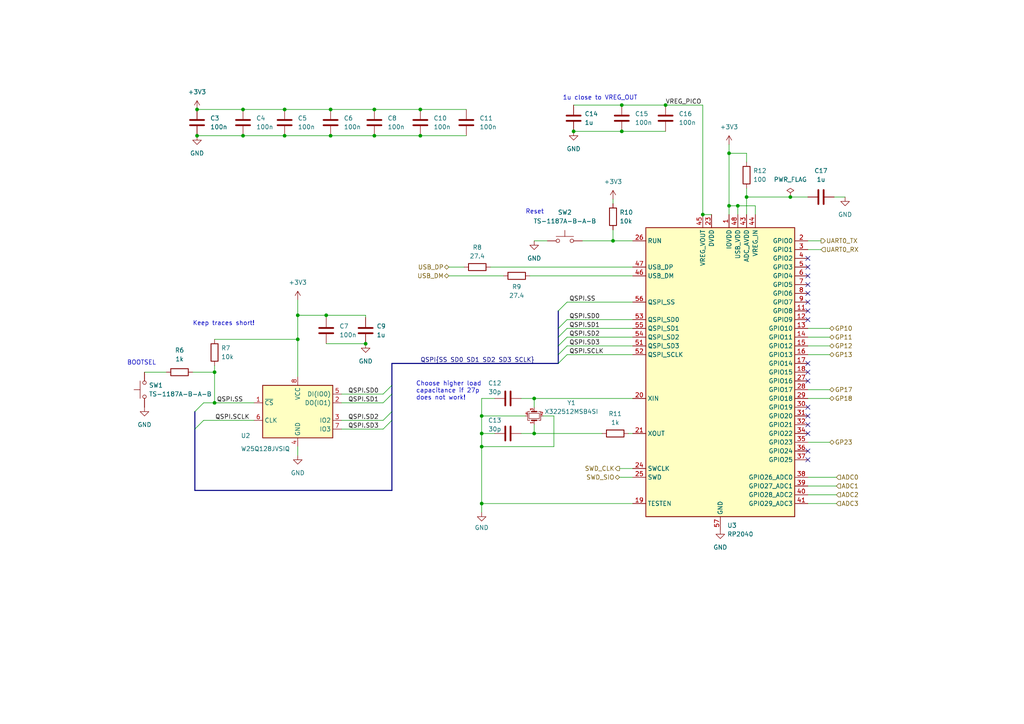
<source format=kicad_sch>
(kicad_sch (version 20230121) (generator eeschema)
  (paper "A4")
  (title_block (title "Beta Board") (date "2023-12-28") (rev "R1.1") (company "Tim Kuhlbusch") (comment 1 "Beta radiation detector"))
  (lib_symbols
    (symbol "Device:C" (pin_numbers hide) (pin_names (offset 0.254))
      (property "Reference" "C" (at 0.635 2.54 0))
      (property "Value" "C" (at 0.635 -2.54 0))
      (symbol "C_0_1"
        (polyline (pts (xy -2.032 -0.762) (xy 2.032 -0.762)) (stroke (width 0.508)))
        (polyline (pts (xy -2.032 0.762) (xy 2.032 0.762)) (stroke (width 0.508)))
      )
      (symbol "C_1_1"
        (pin passive line (at 0 3.81 270) (length 2.794) (name "~") (number "1"))
        (pin passive line (at 0 -3.81 90) (length 2.794) (name "~") (number "2"))
      )
    )
    (symbol "Device:Crystal_GND24_Small" (pin_names (offset 1.016) hide)
      (property "Reference" "Y" (at 1.27 4.445 0))
      (property "Value" "Crystal_GND24_Small" (at 1.27 2.54 0))
      (symbol "Crystal_GND24_Small_0_1"
        (rectangle (start -0.762 -1.524) (end 0.762 1.524))
        (polyline (pts (xy -1.27 -0.762) (xy -1.27 0.762)) (stroke (width 0.381)))
        (polyline (pts (xy 1.27 -0.762) (xy 1.27 0.762)) (stroke (width 0.381)))
        (polyline (pts (xy -1.27 -1.27) (xy -1.27 -1.905) (xy 1.27 -1.905) (xy 1.27 -1.27)))
        (polyline (pts (xy -1.27 1.27) (xy -1.27 1.905) (xy 1.27 1.905) (xy 1.27 1.27)))
      )
      (symbol "Crystal_GND24_Small_1_1"
        (pin passive line (at -2.54 0 0) (length 1.27) (name "1") (number "1"))
        (pin passive line (at 0 -2.54 90) (length 0.635) (name "2") (number "2"))
        (pin passive line (at 2.54 0 180) (length 1.27) (name "3") (number "3"))
        (pin passive line (at 0 2.54 270) (length 0.635) (name "4") (number "4"))
      )
    )
    (symbol "Device:R" (pin_numbers hide) (pin_names (offset 0))
      (property "Reference" "R" (at 2.032 0 90))
      (property "Value" "R" (at 0 0 90))
      (symbol "R_0_1"
        (rectangle (start -1.016 -2.54) (end 1.016 2.54) (stroke (width 0.254)))
      )
      (symbol "R_1_1"
        (pin passive line (at 0 3.81 270) (length 1.27) (name "~") (number "1"))
        (pin passive line (at 0 -3.81 90) (length 1.27) (name "~") (number "2"))
      )
    )
    (symbol "MCU_RaspberryPi:RP2040"
      (property "Reference" "U" (at 17.78 45.72 0))
      (property "Value" "RP2040" (at 17.78 43.18 0))
      (symbol "RP2040_0_1"
        (rectangle (start -21.59 41.91) (end 21.59 -41.91) (stroke (width 0.254)) (fill (type background)))
      )
      (symbol "RP2040_1_1"
        (pin power_in line (at 2.54 45.72 270) (length 3.81) (name "IOVDD") (number "1"))
        (pin passive line (at 2.54 45.72 270) (length 3.81) hide (name "IOVDD") (number "10"))
        (pin bidirectional line (at 25.4 17.78 180) (length 3.81) (name "GPIO8") (number "11"))
        (pin bidirectional line (at 25.4 15.24 180) (length 3.81) (name "GPIO9") (number "12"))
        (pin bidirectional line (at 25.4 12.7 180) (length 3.81) (name "GPIO10") (number "13"))
        (pin bidirectional line (at 25.4 10.16 180) (length 3.81) (name "GPIO11") (number "14"))
        (pin bidirectional line (at 25.4 7.62 180) (length 3.81) (name "GPIO12") (number "15"))
        (pin bidirectional line (at 25.4 5.08 180) (length 3.81) (name "GPIO13") (number "16"))
        (pin bidirectional line (at 25.4 2.54 180) (length 3.81) (name "GPIO14") (number "17"))
        (pin bidirectional line (at 25.4 0 180) (length 3.81) (name "GPIO15") (number "18"))
        (pin input line (at -25.4 -38.1 0) (length 3.81) (name "TESTEN") (number "19"))
        (pin bidirectional line (at 25.4 38.1 180) (length 3.81) (name "GPIO0") (number "2"))
        (pin input line (at -25.4 -7.62 0) (length 3.81) (name "XIN") (number "20"))
        (pin passive line (at -25.4 -17.78 0) (length 3.81) (name "XOUT") (number "21"))
        (pin passive line (at 2.54 45.72 270) (length 3.81) hide (name "IOVDD") (number "22"))
        (pin power_in line (at -2.54 45.72 270) (length 3.81) (name "DVDD") (number "23"))
        (pin output line (at -25.4 -27.94 0) (length 3.81) (name "SWCLK") (number "24"))
        (pin bidirectional line (at -25.4 -30.48 0) (length 3.81) (name "SWD") (number "25"))
        (pin input line (at -25.4 38.1 0) (length 3.81) (name "RUN") (number "26"))
        (pin bidirectional line (at 25.4 -2.54 180) (length 3.81) (name "GPIO16") (number "27"))
        (pin bidirectional line (at 25.4 -5.08 180) (length 3.81) (name "GPIO17") (number "28"))
        (pin bidirectional line (at 25.4 -7.62 180) (length 3.81) (name "GPIO18") (number "29"))
        (pin bidirectional line (at 25.4 35.56 180) (length 3.81) (name "GPIO1") (number "3"))
        (pin bidirectional line (at 25.4 -10.16 180) (length 3.81) (name "GPIO19") (number "30"))
        (pin bidirectional line (at 25.4 -12.7 180) (length 3.81) (name "GPIO20") (number "31"))
        (pin bidirectional line (at 25.4 -15.24 180) (length 3.81) (name "GPIO21") (number "32"))
        (pin passive line (at 2.54 45.72 270) (length 3.81) hide (name "IOVDD") (number "33"))
        (pin bidirectional line (at 25.4 -17.78 180) (length 3.81) (name "GPIO22") (number "34"))
        (pin bidirectional line (at 25.4 -20.32 180) (length 3.81) (name "GPIO23") (number "35"))
        (pin bidirectional line (at 25.4 -22.86 180) (length 3.81) (name "GPIO24") (number "36"))
        (pin bidirectional line (at 25.4 -25.4 180) (length 3.81) (name "GPIO25") (number "37"))
        (pin bidirectional line (at 25.4 -30.48 180) (length 3.81) (name "GPIO26_ADC0") (number "38"))
        (pin bidirectional line (at 25.4 -33.02 180) (length 3.81) (name "GPIO27_ADC1") (number "39"))
        (pin bidirectional line (at 25.4 33.02 180) (length 3.81) (name "GPIO2") (number "4"))
        (pin bidirectional line (at 25.4 -35.56 180) (length 3.81) (name "GPIO28_ADC2") (number "40"))
        (pin bidirectional line (at 25.4 -38.1 180) (length 3.81) (name "GPIO29_ADC3") (number "41"))
        (pin passive line (at 2.54 45.72 270) (length 3.81) hide (name "IOVDD") (number "42"))
        (pin power_in line (at 7.62 45.72 270) (length 3.81) (name "ADC_AVDD") (number "43"))
        (pin power_in line (at 10.16 45.72 270) (length 3.81) (name "VREG_IN") (number "44"))
        (pin power_out line (at -5.08 45.72 270) (length 3.81) (name "VREG_VOUT") (number "45"))
        (pin bidirectional line (at -25.4 27.94 0) (length 3.81) (name "USB_DM") (number "46"))
        (pin bidirectional line (at -25.4 30.48 0) (length 3.81) (name "USB_DP") (number "47"))
        (pin power_in line (at 5.08 45.72 270) (length 3.81) (name "USB_VDD") (number "48"))
        (pin passive line (at 2.54 45.72 270) (length 3.81) hide (name "IOVDD") (number "49"))
        (pin bidirectional line (at 25.4 30.48 180) (length 3.81) (name "GPIO3") (number "5"))
        (pin passive line (at -2.54 45.72 270) (length 3.81) hide (name "DVDD") (number "50"))
        (pin bidirectional line (at -25.4 7.62 0) (length 3.81) (name "QSPI_SD3") (number "51"))
        (pin output line (at -25.4 5.08 0) (length 3.81) (name "QSPI_SCLK") (number "52"))
        (pin bidirectional line (at -25.4 15.24 0) (length 3.81) (name "QSPI_SD0") (number "53"))
        (pin bidirectional line (at -25.4 10.16 0) (length 3.81) (name "QSPI_SD2") (number "54"))
        (pin bidirectional line (at -25.4 12.7 0) (length 3.81) (name "QSPI_SD1") (number "55"))
        (pin bidirectional line (at -25.4 20.32 0) (length 3.81) (name "QSPI_SS") (number "56"))
        (pin power_in line (at 0 -45.72 90) (length 3.81) (name "GND") (number "57"))
        (pin bidirectional line (at 25.4 27.94 180) (length 3.81) (name "GPIO4") (number "6"))
        (pin bidirectional line (at 25.4 25.4 180) (length 3.81) (name "GPIO5") (number "7"))
        (pin bidirectional line (at 25.4 22.86 180) (length 3.81) (name "GPIO6") (number "8"))
        (pin bidirectional line (at 25.4 20.32 180) (length 3.81) (name "GPIO7") (number "9"))
      )
    )
    (symbol "Memory_Flash:W25Q32JVSS"
      (property "Reference" "U" (at -8.89 8.89 0))
      (property "Value" "W25Q32JVSS" (at 7.62 8.89 0))
      (symbol "W25Q32JVSS_0_1"
        (rectangle (start -10.16 7.62) (end 10.16 -7.62) (stroke (width 0.254)) (fill (type background)))
      )
      (symbol "W25Q32JVSS_1_1"
        (pin input line (at -12.7 2.54 0) (length 2.54) (name "~{CS}") (number "1"))
        (pin bidirectional line (at 12.7 2.54 180) (length 2.54) (name "DO(IO1)") (number "2"))
        (pin bidirectional line (at 12.7 -2.54 180) (length 2.54) (name "IO2") (number "3"))
        (pin power_in line (at 0 -10.16 90) (length 2.54) (name "GND") (number "4"))
        (pin bidirectional line (at 12.7 5.08 180) (length 2.54) (name "DI(IO0)") (number "5"))
        (pin input line (at -12.7 -2.54 0) (length 2.54) (name "CLK") (number "6"))
        (pin bidirectional line (at 12.7 -5.08 180) (length 2.54) (name "IO3") (number "7"))
        (pin power_in line (at 0 10.16 270) (length 2.54) (name "VCC") (number "8"))
      )
    )
    (symbol "Switch:SW_Push" (pin_numbers hide) (pin_names (offset 1.016) hide)
      (property "Reference" "SW" (at 1.27 2.54 0))
      (property "Value" "SW_Push" (at 0 -1.524 0))
      (symbol "SW_Push_0_1"
        (circle (center -2.032 0) (radius 0.508))
        (polyline (pts (xy 0 1.27) (xy 0 3.048)))
        (polyline (pts (xy 2.54 1.27) (xy -2.54 1.27)))
        (circle (center 2.032 0) (radius 0.508))
        (pin passive line (at -5.08 0 0) (length 2.54) (name "1") (number "1"))
        (pin passive line (at 5.08 0 180) (length 2.54) (name "2") (number "2"))
      )
    )
    (symbol "power:+3V3" (power) (pin_names (offset 0))
      (property "Value" "+3V3" (at 0 3.556 0))
      (symbol "+3V3_0_1"
        (polyline (pts (xy -0.762 1.27) (xy 0 2.54)))
        (polyline (pts (xy 0 0) (xy 0 2.54)))
        (polyline (pts (xy 0 2.54) (xy 0.762 1.27)))
      )
      (symbol "+3V3_1_1"
        (pin power_in line (at 0 0 90) (length 0) hide (name "+3V3") (number "1"))
      )
    )
    (symbol "power:GND" (power) (pin_names (offset 0))
      (property "Value" "GND" (at 0 -3.81 0))
      (symbol "GND_0_1"
        (polyline (pts (xy 0 0) (xy 0 -1.27) (xy 1.27 -1.27) (xy 0 -2.54) (xy -1.27 -1.27) (xy 0 -1.27)))
      )
      (symbol "GND_1_1"
        (pin power_in line (at 0 0 270) (length 0) hide (name "GND") (number "1"))
      )
    )
    (symbol "power:PWR_FLAG" (power) (pin_numbers hide) (pin_names (offset 0) hide)
      (property "Value" "PWR_FLAG" (at 0 3.81 0))
      (symbol "PWR_FLAG_0_0"
        (pin power_out line (at 0 0 90) (length 0) (name "pwr") (number "1"))
      )
      (symbol "PWR_FLAG_0_1"
        (polyline (pts (xy 0 0) (xy 0 1.27) (xy -1.016 1.905) (xy 0 2.54) (xy 1.016 1.905) (xy 0 1.27)))
      )
    )
  )
  (junction (at 86.36 98.425))
  (junction (at 193.04 30.48))
  (junction (at 70.485 39.37))
  (junction (at 177.8 69.85))
  (junction (at 62.23 116.84))
  (junction (at 95.885 31.75))
  (junction (at 154.94 125.73))
  (junction (at 108.585 31.75))
  (junction (at 94.615 91.44))
  (junction (at 211.455 59.69))
  (junction (at 121.92 31.75))
  (junction (at 139.7 129.54))
  (junction (at 62.23 107.95))
  (junction (at 95.885 39.37))
  (junction (at 211.455 44.45))
  (junction (at 180.34 38.1))
  (junction (at 139.7 120.65))
  (junction (at 216.535 57.15))
  (junction (at 229.235 57.15))
  (junction (at 82.55 31.75))
  (junction (at 180.34 30.48))
  (junction (at 106.045 99.695))
  (junction (at 139.7 125.73))
  (junction (at 82.55 39.37))
  (junction (at 108.585 39.37))
  (junction (at 139.7 146.05))
  (junction (at 121.92 39.37))
  (junction (at 70.485 31.75))
  (junction (at 213.995 59.69))
  (junction (at 57.15 31.75))
  (junction (at 203.835 62.23))
  (junction (at 57.15 39.37))
  (junction (at 86.36 91.44))
  (junction (at 166.37 38.1))
  (junction (at 154.94 115.57))
  (no_connect (at 234.315 105.41))
  (no_connect (at 234.315 125.73))
  (no_connect (at 234.315 85.09))
  (no_connect (at 234.315 118.11))
  (no_connect (at 234.315 80.01))
  (no_connect (at 234.315 133.35))
  (no_connect (at 234.315 130.81))
  (no_connect (at 234.315 123.19))
  (no_connect (at 234.315 92.71))
  (no_connect (at 234.315 107.95))
  (no_connect (at 234.315 87.63))
  (no_connect (at 234.315 120.65))
  (no_connect (at 234.315 110.49))
  (no_connect (at 234.315 82.55))
  (no_connect (at 234.315 74.93))
  (no_connect (at 234.315 77.47))
  (no_connect (at 234.315 90.17))
  (bus_entry (at 56.515 119.38) (size 2.54 -2.54))
  (bus_entry (at 164.465 95.25) (size -2.54 2.54))
  (bus_entry (at 164.465 97.79) (size -2.54 2.54))
  (bus_entry (at 164.465 92.71) (size -2.54 2.54))
  (bus_entry (at 113.665 119.38) (size -2.54 2.54))
  (bus_entry (at 113.665 121.92) (size -2.54 2.54))
  (bus_entry (at 164.465 100.33) (size -2.54 2.54))
  (bus_entry (at 164.465 87.63) (size -2.54 2.54))
  (bus_entry (at 113.665 114.3) (size -2.54 2.54))
  (bus_entry (at 164.465 102.87) (size -2.54 2.54))
  (bus_entry (at 113.665 111.76) (size -2.54 2.54))
  (bus_entry (at 56.515 124.46) (size 2.54 -2.54))
  (wire (pts (xy 130.175 80.01) (xy 146.05 80.01)))
  (bus (pts (xy 113.665 114.3) (xy 113.665 119.38)))
  (wire (pts (xy 94.615 91.44) (xy 106.045 91.44)))
  (wire (pts (xy 62.23 107.95) (xy 62.23 116.84)))
  (wire (pts (xy 151.13 125.73) (xy 154.94 125.73)))
  (wire (pts (xy 164.465 97.79) (xy 183.515 97.79)))
  (wire (pts (xy 177.8 69.85) (xy 183.515 69.85)))
  (wire (pts (xy 164.465 102.87) (xy 183.515 102.87)))
  (wire (pts (xy 154.94 115.57) (xy 154.94 118.11)))
  (wire (pts (xy 62.23 116.84) (xy 73.66 116.84)))
  (wire (pts (xy 59.055 116.84) (xy 62.23 116.84)))
  (wire (pts (xy 234.315 95.25) (xy 240.665 95.25)))
  (wire (pts (xy 234.315 140.97) (xy 242.57 140.97)))
  (bus (pts (xy 161.925 97.79) (xy 161.925 100.33)))
  (wire (pts (xy 57.15 31.75) (xy 70.485 31.75)))
  (wire (pts (xy 234.315 69.85) (xy 238.125 69.85)))
  (wire (pts (xy 154.94 69.85) (xy 158.75 69.85)))
  (wire (pts (xy 139.7 129.54) (xy 160.655 129.54)))
  (wire (pts (xy 70.485 39.37) (xy 82.55 39.37)))
  (wire (pts (xy 245.11 57.15) (xy 241.935 57.15)))
  (bus (pts (xy 113.665 105.41) (xy 113.665 111.76)))
  (bus (pts (xy 56.515 124.46) (xy 56.515 142.24)))
  (wire (pts (xy 106.045 99.695) (xy 94.615 99.695)))
  (wire (pts (xy 139.7 120.65) (xy 139.7 125.73)))
  (wire (pts (xy 153.67 80.01) (xy 183.515 80.01)))
  (wire (pts (xy 166.37 38.1) (xy 180.34 38.1)))
  (wire (pts (xy 213.995 59.69) (xy 213.995 62.23)))
  (wire (pts (xy 86.36 98.425) (xy 86.36 109.22)))
  (wire (pts (xy 234.315 102.87) (xy 240.665 102.87)))
  (wire (pts (xy 234.315 143.51) (xy 242.57 143.51)))
  (wire (pts (xy 139.7 146.05) (xy 183.515 146.05)))
  (wire (pts (xy 203.835 30.48) (xy 193.04 30.48)))
  (wire (pts (xy 183.515 115.57) (xy 154.94 115.57)))
  (wire (pts (xy 177.8 66.675) (xy 177.8 69.85)))
  (wire (pts (xy 203.835 62.23) (xy 203.835 30.48)))
  (bus (pts (xy 113.665 105.41) (xy 161.925 105.41)))
  (wire (pts (xy 160.655 120.65) (xy 160.655 129.54)))
  (wire (pts (xy 99.06 116.84) (xy 111.125 116.84)))
  (wire (pts (xy 216.535 57.15) (xy 229.235 57.15)))
  (wire (pts (xy 166.37 30.48) (xy 180.34 30.48)))
  (wire (pts (xy 211.455 44.45) (xy 211.455 59.69)))
  (wire (pts (xy 219.075 59.69) (xy 219.075 62.23)))
  (bus (pts (xy 161.925 95.25) (xy 161.925 97.79)))
  (wire (pts (xy 95.885 31.75) (xy 108.585 31.75)))
  (wire (pts (xy 99.06 124.46) (xy 111.125 124.46)))
  (bus (pts (xy 113.665 121.92) (xy 113.665 142.24)))
  (wire (pts (xy 99.06 114.3) (xy 111.125 114.3)))
  (wire (pts (xy 139.7 120.65) (xy 152.4 120.65)))
  (wire (pts (xy 168.91 69.85) (xy 177.8 69.85)))
  (wire (pts (xy 139.7 125.73) (xy 143.51 125.73)))
  (wire (pts (xy 121.92 39.37) (xy 135.255 39.37)))
  (wire (pts (xy 57.15 39.37) (xy 70.485 39.37)))
  (wire (pts (xy 193.04 30.48) (xy 180.34 30.48)))
  (wire (pts (xy 229.235 57.15) (xy 234.315 57.15)))
  (bus (pts (xy 113.665 119.38) (xy 113.665 121.92)))
  (wire (pts (xy 164.465 87.63) (xy 183.515 87.63)))
  (wire (pts (xy 154.94 125.73) (xy 154.94 123.19)))
  (wire (pts (xy 234.315 138.43) (xy 242.57 138.43)))
  (bus (pts (xy 161.925 100.33) (xy 161.925 102.87)))
  (wire (pts (xy 179.705 135.89) (xy 183.515 135.89)))
  (wire (pts (xy 234.315 72.39) (xy 238.125 72.39)))
  (wire (pts (xy 179.705 138.43) (xy 183.515 138.43)))
  (wire (pts (xy 164.465 95.25) (xy 183.515 95.25)))
  (wire (pts (xy 157.48 120.65) (xy 160.655 120.65)))
  (wire (pts (xy 177.8 57.785) (xy 177.8 59.055)))
  (wire (pts (xy 86.36 86.995) (xy 86.36 91.44)))
  (bus (pts (xy 113.665 111.76) (xy 113.665 114.3)))
  (wire (pts (xy 143.51 115.57) (xy 139.7 115.57)))
  (wire (pts (xy 82.55 31.75) (xy 95.885 31.75)))
  (wire (pts (xy 55.88 107.95) (xy 62.23 107.95)))
  (wire (pts (xy 151.13 115.57) (xy 154.94 115.57)))
  (wire (pts (xy 121.92 31.75) (xy 135.255 31.75)))
  (wire (pts (xy 108.585 39.37) (xy 121.92 39.37)))
  (wire (pts (xy 216.535 44.45) (xy 216.535 46.99)))
  (wire (pts (xy 86.36 91.44) (xy 94.615 91.44)))
  (wire (pts (xy 106.045 91.44) (xy 106.045 92.075)))
  (wire (pts (xy 234.315 115.57) (xy 240.665 115.57)))
  (bus (pts (xy 161.925 102.87) (xy 161.925 105.41)))
  (wire (pts (xy 139.7 115.57) (xy 139.7 120.65)))
  (wire (pts (xy 86.36 132.08) (xy 86.36 129.54)))
  (wire (pts (xy 139.7 129.54) (xy 139.7 146.05)))
  (wire (pts (xy 62.23 98.425) (xy 86.36 98.425)))
  (wire (pts (xy 130.175 77.47) (xy 134.62 77.47)))
  (wire (pts (xy 95.885 39.37) (xy 108.585 39.37)))
  (wire (pts (xy 86.36 91.44) (xy 86.36 98.425)))
  (wire (pts (xy 240.665 97.79) (xy 234.315 97.79)))
  (wire (pts (xy 203.835 62.23) (xy 206.375 62.23)))
  (wire (pts (xy 62.23 106.045) (xy 62.23 107.95)))
  (wire (pts (xy 82.55 39.37) (xy 95.885 39.37)))
  (wire (pts (xy 99.06 121.92) (xy 111.125 121.92)))
  (wire (pts (xy 182.245 125.73) (xy 183.515 125.73)))
  (wire (pts (xy 180.34 38.1) (xy 193.04 38.1)))
  (wire (pts (xy 142.24 77.47) (xy 183.515 77.47)))
  (wire (pts (xy 216.535 57.15) (xy 216.535 62.23)))
  (wire (pts (xy 234.315 100.33) (xy 240.665 100.33)))
  (wire (pts (xy 139.7 146.05) (xy 139.7 148.59)))
  (wire (pts (xy 70.485 31.75) (xy 82.55 31.75)))
  (wire (pts (xy 213.995 59.69) (xy 219.075 59.69)))
  (wire (pts (xy 211.455 41.91) (xy 211.455 44.45)))
  (bus (pts (xy 56.515 119.38) (xy 56.515 124.46)))
  (wire (pts (xy 174.625 125.73) (xy 154.94 125.73)))
  (bus (pts (xy 113.665 142.24) (xy 56.515 142.24)))
  (bus (pts (xy 161.925 90.17) (xy 161.925 95.25)))
  (wire (pts (xy 211.455 44.45) (xy 216.535 44.45)))
  (wire (pts (xy 234.315 128.27) (xy 240.665 128.27)))
  (wire (pts (xy 234.315 146.05) (xy 242.57 146.05)))
  (wire (pts (xy 139.7 125.73) (xy 139.7 129.54)))
  (wire (pts (xy 216.535 54.61) (xy 216.535 57.15)))
  (wire (pts (xy 211.455 59.69) (xy 211.455 62.23)))
  (wire (pts (xy 94.615 92.075) (xy 94.615 91.44)))
  (wire (pts (xy 41.91 107.95) (xy 48.26 107.95)))
  (wire (pts (xy 164.465 100.33) (xy 183.515 100.33)))
  (wire (pts (xy 164.465 92.71) (xy 183.515 92.71)))
  (wire (pts (xy 211.455 59.69) (xy 213.995 59.69)))
  (wire (pts (xy 234.315 113.03) (xy 240.665 113.03)))
  (wire (pts (xy 108.585 31.75) (xy 121.92 31.75)))
  (wire (pts (xy 59.055 121.92) (xy 73.66 121.92)))
  (text "Choose higher load\ncapacitance if 27p\ndoes not work!" (at 120.65 116.205 0) (effects (font (size 1.27 1.27)) (justify left bottom)))
  (text "Reset\n" (at 152.4 62.23 0) (effects (font (size 1.27 1.27)) (justify left bottom)))
  (text "Keep traces short!" (at 55.88 94.615 0) (effects (font (size 1.27 1.27)) (justify left bottom)))
  (text "1u close to VREG_OUT" (at 163.195 29.21 0) (effects (font (size 1.27 1.27)) (justify left bottom)))
  (text "BOOTSEL" (at 36.83 106.045 0) (effects (font (size 1.27 1.27)) (justify left bottom)))
  (label "QSPI.SD2" (at 100.965 121.92 0))
  (label "QSPI.SD1" (at 165.1 95.25 0))
  (label "QSPI.SD3" (at 165.1 100.33 0))
  (label "QSPI.SS" (at 165.1 87.63 0))
  (label "QSPI{SS SD0 SD1 SD2 SD3 SCLK}" (at 121.92 105.41 0))
  (label "QSPI.SD1" (at 100.965 116.84 0))
  (label "QSPI.SCLK" (at 72.39 121.92 180))
  (label "QSPI.SS" (at 62.865 116.84 0))
  (label "VREG_PICO" (at 193.04 30.48 0))
  (label "QSPI.SD3" (at 100.965 124.46 0))
  (label "QSPI.SD2" (at 165.1 97.79 0))
  (label "QSPI.SD0" (at 165.1 92.71 0))
  (label "QSPI.SCLK" (at 165.1 102.87 0))
  (label "QSPI.SD0" (at 100.965 114.3 0))
  (hierarchical_label "GP12" (shape bidirectional) (at 240.665 100.33 0))
  (hierarchical_label "ADC0" (shape input) (at 242.57 138.43 0))
  (hierarchical_label "SWD_SIO" (shape bidirectional) (at 179.705 138.43 180))
  (hierarchical_label "ADC2" (shape input) (at 242.57 143.51 0))
  (hierarchical_label "GP23" (shape bidirectional) (at 240.665 128.27 0))
  (hierarchical_label "ADC3" (shape input) (at 242.57 146.05 0))
  (hierarchical_label "GP10" (shape bidirectional) (at 240.665 95.25 0))
  (hierarchical_label "SWD_CLK" (shape output) (at 179.705 135.89 180))
  (hierarchical_label "GP11" (shape bidirectional) (at 240.665 97.79 0))
  (hierarchical_label "GP13" (shape bidirectional) (at 240.665 102.87 0))
  (hierarchical_label "UART0_RX" (shape input) (at 238.125 72.39 0))
  (hierarchical_label "USB_DP" (shape bidirectional) (at 130.175 77.47 180))
  (hierarchical_label "ADC1" (shape input) (at 242.57 140.97 0))
  (hierarchical_label "GP18" (shape bidirectional) (at 240.665 115.57 0))
  (hierarchical_label "UART0_TX" (shape output) (at 238.125 69.85 0))
  (hierarchical_label "USB_DM" (shape bidirectional) (at 130.175 80.01 180))
  (hierarchical_label "GP17" (shape bidirectional) (at 240.665 113.03 0))
  (symbol (lib_id "Device:C") (at 147.32 115.57 90) (unit 1)
    (property "Reference" "C12" (at 143.51 111.125 90))
    (property "Value" "30p" (at 143.51 113.665 90))
    (property "Footprint" "Capacitor_SMD:C_0603_1608Metric" (effects hide))
  )
  (symbol (lib_id "Memory_Flash:W25Q32JVSS") (at 86.36 119.38 0) (unit 1)
    (property "Reference" "U2" (at 69.85 126.365 0) (effects (justify left)))
    (property "Value" "W25Q128JVSIQ" (at 69.85 130.175 0) (effects (justify left)))
    (property "Footprint" "Package_SO:SOIC-8_5.23x5.23mm_P1.27mm" (effects hide))
    (property "Datasheet" "http://www.winbond.com/resource-files/w25q32jv%20revg%2003272018%20plus.pdf" (effects hide))
  )
  (symbol (lib_id "Device:R") (at 177.8 62.865 180) (unit 1)
    (property "Reference" "R10" (at 179.705 61.5949 0) (effects (justify right)))
    (property "Value" "10k" (at 179.705 64.1349 0) (effects (justify right)))
    (property "Footprint" "Resistor_SMD:R_0603_1608Metric" (effects hide))
  )
  (symbol (lib_id "Device:R") (at 52.07 107.95 90) (unit 1)
    (property "Reference" "R6" (at 52.07 101.6 90))
    (property "Value" "1k" (at 52.07 104.14 90))
    (property "Footprint" "Resistor_SMD:R_0603_1608Metric" (effects hide))
  )
  (symbol (lib_id "Device:C") (at 147.32 125.73 270) (mirror x) (unit 1)
    (property "Reference" "C13" (at 143.51 121.92 90))
    (property "Value" "30p" (at 143.51 124.46 90))
    (property "Footprint" "Capacitor_SMD:C_0603_1608Metric" (effects hide))
  )
  (symbol (lib_id "power:PWR_FLAG") (at 229.235 57.15 0) (unit 1)
    (property "Reference" "#FLG02" (effects hide))
    (property "Value" "PWR_FLAG" (at 229.235 52.07 0))
  )
  (symbol (lib_id "Device:C") (at 95.885 35.56 0) (unit 1)
    (property "Reference" "C6" (at 99.695 34.2899 0) (effects (justify left)))
    (property "Value" "100n" (at 99.695 36.8299 0) (effects (justify left)))
    (property "Footprint" "Capacitor_SMD:C_0603_1608Metric" (effects hide))
  )
  (symbol (lib_id "Device:C") (at 193.04 34.29 0) (unit 1)
    (property "Reference" "C16" (at 196.85 33.0199 0) (effects (justify left)))
    (property "Value" "100n" (at 196.85 35.5599 0) (effects (justify left)))
    (property "Footprint" "Capacitor_SMD:C_0603_1608Metric" (effects hide))
  )
  (symbol (lib_id "power:+3V3") (at 86.36 86.995 0) (unit 1)
    (property "Reference" "#PWR019" (effects hide))
    (property "Value" "+3V3" (at 86.36 81.915 0))
  )
  (symbol (lib_id "MCU_RaspberryPi:RP2040") (at 208.915 107.95 0) (unit 1)
    (property "Reference" "U3" (at 210.9344 152.4 0) (effects (justify left)))
    (property "Value" "RP2040" (at 210.9344 154.94 0) (effects (justify left)))
    (property "Footprint" "Package_DFN_QFN:QFN-56-1EP_7x7mm_P0.4mm_EP3.2x3.2mm" (effects hide))
    (property "Datasheet" "https://datasheets.raspberrypi.com/rp2040/rp2040-datasheet.pdf" (effects hide))
  )
  (symbol (lib_id "power:+3V3") (at 211.455 41.91 0) (unit 1)
    (property "Reference" "#PWR029" (effects hide))
    (property "Value" "+3V3" (at 211.455 36.83 0))
  )
  (symbol (lib_id "power:GND") (at 57.15 39.37 0) (unit 1)
    (property "Reference" "#PWR018" (effects hide))
    (property "Value" "GND" (at 57.15 44.45 0))
  )
  (symbol (lib_id "Device:C") (at 180.34 34.29 0) (unit 1)
    (property "Reference" "C15" (at 184.15 33.0199 0) (effects (justify left)))
    (property "Value" "100n" (at 184.15 35.5599 0) (effects (justify left)))
    (property "Footprint" "Capacitor_SMD:C_0603_1608Metric" (effects hide))
  )
  (symbol (lib_id "power:GND") (at 139.7 148.59 0) (unit 1)
    (property "Reference" "#PWR022" (effects hide))
    (property "Value" "GND" (at 139.7 153.035 0))
  )
  (symbol (lib_id "power:GND") (at 154.94 69.85 0) (unit 1)
    (property "Reference" "#PWR023" (effects hide))
    (property "Value" "GND" (at 154.94 74.93 0))
  )
  (symbol (lib_id "Device:C") (at 57.15 35.56 0) (unit 1)
    (property "Reference" "C3" (at 60.96 34.2899 0) (effects (justify left)))
    (property "Value" "100n" (at 60.96 36.8299 0) (effects (justify left)))
    (property "Footprint" "Capacitor_SMD:C_0603_1608Metric" (effects hide))
  )
  (symbol (lib_id "Device:C") (at 82.55 35.56 0) (unit 1)
    (property "Reference" "C5" (at 86.36 34.2899 0) (effects (justify left)))
    (property "Value" "100n" (at 86.36 36.8299 0) (effects (justify left)))
    (property "Footprint" "Capacitor_SMD:C_0603_1608Metric" (effects hide))
  )
  (symbol (lib_id "Device:C") (at 94.615 95.885 0) (unit 1)
    (property "Reference" "C7" (at 98.425 94.6149 0) (effects (justify left)))
    (property "Value" "100n" (at 98.425 97.1549 0) (effects (justify left)))
    (property "Footprint" "Capacitor_SMD:C_0603_1608Metric" (effects hide))
  )
  (symbol (lib_id "Device:C") (at 135.255 35.56 0) (unit 1)
    (property "Reference" "C11" (at 139.065 34.2899 0) (effects (justify left)))
    (property "Value" "100n" (at 139.065 36.8299 0) (effects (justify left)))
    (property "Footprint" "Capacitor_SMD:C_0603_1608Metric" (effects hide))
  )
  (symbol (lib_id "Device:R") (at 62.23 102.235 180) (unit 1)
    (property "Reference" "R7" (at 64.135 100.9649 0) (effects (justify right)))
    (property "Value" "10k" (at 64.135 103.5049 0) (effects (justify right)))
    (property "Footprint" "Resistor_SMD:R_0603_1608Metric" (effects hide))
  )
  (symbol (lib_id "power:GND") (at 41.91 118.11 0) (unit 1)
    (property "Reference" "#PWR016" (effects hide))
    (property "Value" "GND" (at 41.91 123.19 0))
  )
  (symbol (lib_id "Device:R") (at 178.435 125.73 90) (unit 1)
    (property "Reference" "R11" (at 178.435 120.015 90))
    (property "Value" "1k" (at 178.435 122.555 90))
    (property "Footprint" "Resistor_SMD:R_0603_1608Metric" (effects hide))
  )
  (symbol (lib_id "Device:Crystal_GND24_Small") (at 154.94 120.65 90) (unit 1)
    (property "Reference" "Y1" (at 165.735 116.84 90))
    (property "Value" "X322512MSB4SI" (at 165.735 119.38 90))
    (property "Footprint" "Crystal:Crystal_SMD_3225-4Pin_3.2x2.5mm" (effects hide))
  )
  (symbol (lib_id "Device:C") (at 108.585 35.56 0) (unit 1)
    (property "Reference" "C8" (at 112.395 34.2899 0) (effects (justify left)))
    (property "Value" "100n" (at 112.395 36.8299 0) (effects (justify left)))
    (property "Footprint" "Capacitor_SMD:C_0603_1608Metric" (effects hide))
  )
  (symbol (lib_id "power:+3V3") (at 57.15 31.75 0) (unit 1)
    (property "Reference" "#PWR017" (effects hide))
    (property "Value" "+3V3" (at 57.15 26.67 0))
  )
  (symbol (lib_id "Device:C") (at 70.485 35.56 0) (unit 1)
    (property "Reference" "C4" (at 74.295 34.2899 0) (effects (justify left)))
    (property "Value" "100n" (at 74.295 36.8299 0) (effects (justify left)))
    (property "Footprint" "Capacitor_SMD:C_0603_1608Metric" (effects hide))
  )
  (symbol (lib_id "Device:C") (at 166.37 34.29 0) (unit 1)
    (property "Reference" "C14" (at 169.545 33.0199 0) (effects (justify left)))
    (property "Value" "1u" (at 169.545 35.5599 0) (effects (justify left)))
    (property "Footprint" "Capacitor_SMD:C_0603_1608Metric" (effects hide))
  )
  (symbol (lib_id "power:GND") (at 245.11 57.15 0) (unit 1)
    (property "Reference" "#PWR030" (effects hide))
    (property "Value" "GND" (at 245.11 62.23 0))
  )
  (symbol (lib_id "Device:C") (at 121.92 35.56 0) (unit 1)
    (property "Reference" "C10" (at 125.73 34.2899 0) (effects (justify left)))
    (property "Value" "100n" (at 125.73 36.8299 0) (effects (justify left)))
    (property "Footprint" "Capacitor_SMD:C_0603_1608Metric" (effects hide))
  )
  (symbol (lib_id "power:+3V3") (at 177.8 57.785 0) (unit 1)
    (property "Reference" "#PWR026" (effects hide))
    (property "Value" "+3V3" (at 177.8 52.705 0))
  )
  (symbol (lib_id "Switch:SW_Push") (at 163.83 69.85 0) (unit 1)
    (property "Reference" "SW2" (at 163.83 61.595 0))
    (property "Value" "TS-1187A-B-A-B" (at 163.83 64.135 0))
    (property "Footprint" "betaBoard:TS-1187A-B-A-B" (effects hide))
  )
  (symbol (lib_id "Device:R") (at 138.43 77.47 90) (unit 1)
    (property "Reference" "R8" (at 138.43 71.755 90))
    (property "Value" "27.4" (at 138.43 74.295 90))
    (property "Footprint" "Resistor_SMD:R_0603_1608Metric" (effects hide))
  )
  (symbol (lib_id "Device:R") (at 216.535 50.8 180) (unit 1)
    (property "Reference" "R12" (at 218.44 49.5299 0) (effects (justify right)))
    (property "Value" "100" (at 218.44 52.0699 0) (effects (justify right)))
    (property "Footprint" "Resistor_SMD:R_0603_1608Metric" (effects hide))
  )
  (symbol (lib_id "Switch:SW_Push") (at 41.91 113.03 90) (unit 1)
    (property "Reference" "SW1" (at 43.18 111.76 90) (effects (justify right)))
    (property "Value" "TS-1187A-B-A-B\n" (at 43.18 114.3 90) (effects (justify right)))
    (property "Footprint" "betaBoard:TS-1187A-B-A-B" (effects hide))
  )
  (symbol (lib_id "power:GND") (at 166.37 38.1 0) (unit 1)
    (property "Reference" "#PWR025" (effects hide))
    (property "Value" "GND" (at 166.37 43.18 0))
  )
  (symbol (lib_id "power:GND") (at 208.915 153.67 0) (unit 1)
    (property "Reference" "#PWR028" (effects hide))
    (property "Value" "GND" (at 208.915 158.75 0))
  )
  (symbol (lib_id "power:GND") (at 86.36 132.08 0) (unit 1)
    (property "Reference" "#PWR020" (effects hide))
    (property "Value" "GND" (at 86.36 137.16 0))
  )
  (symbol (lib_id "Device:C") (at 106.045 95.885 0) (unit 1)
    (property "Reference" "C9" (at 109.22 94.6149 0) (effects (justify left)))
    (property "Value" "1u" (at 109.22 97.1549 0) (effects (justify left)))
    (property "Footprint" "Capacitor_SMD:C_0603_1608Metric" (effects hide))
  )
  (symbol (lib_id "Device:R") (at 149.86 80.01 90) (unit 1)
    (property "Reference" "R9" (at 149.86 83.185 90))
    (property "Value" "27.4" (at 149.86 85.725 90))
    (property "Footprint" "Resistor_SMD:R_0603_1608Metric" (effects hide))
  )
  (symbol (lib_id "Device:C") (at 238.125 57.15 90) (unit 1)
    (property "Reference" "C17" (at 238.125 49.53 90))
    (property "Value" "1u" (at 238.125 52.07 90))
    (property "Footprint" "Capacitor_SMD:C_0603_1608Metric" (effects hide))
  )
  (symbol (lib_id "power:GND") (at 106.045 99.695 0) (unit 1)
    (property "Reference" "#PWR021" (effects hide))
    (property "Value" "GND" (at 106.045 104.775 0))
  )
)
</source>
